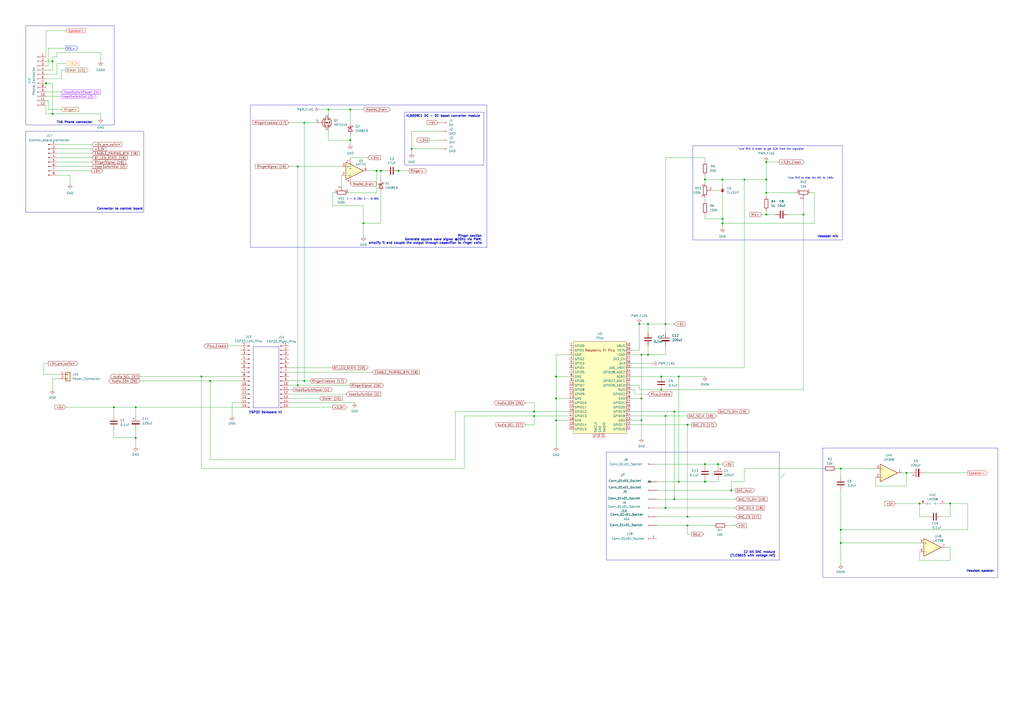
<source format=kicad_sch>
(kicad_sch (version 20230121) (generator eeschema)
  (paper "A2")
  (title_block (title "GPO-746-Bluetooth-conversion Main board") (date "2023-09-04") (rev "1.0.0") (company "Vlad Balmos"))
  (junction (at 372.11 205.74))
  (junction (at 375.92 187.96))
  (junction (at 393.7 279.4))
  (junction (at 383.54 226.06))
  (junction (at 116.84 218.44))
  (junction (at 408.94 269.24))
  (junction (at 444.5 104.14))
  (junction (at 551.18 292.1))
  (junction (at 309.88 238.76))
  (junction (at 487.68 271.78))
  (junction (at 190.5 63.5))
  (junction (at 386.08 294.64))
  (junction (at 386.08 187.96))
  (junction (at 419.1 104.14))
  (junction (at 408.94 279.4))
  (junction (at 220.98 99.06))
  (junction (at 444.5 111.76))
  (junction (at 424.18 284.48))
  (junction (at 172.72 96.52))
  (junction (at 408.94 104.14))
  (junction (at 383.54 218.44))
  (junction (at 525.78 274.32))
  (junction (at 533.4 292.1))
  (junction (at 370.84 187.96))
  (junction (at 487.68 307.34))
  (junction (at 231.14 99.06))
  (junction (at 203.2 63.5))
  (junction (at 398.78 304.8))
  (junction (at 309.88 241.3))
  (junction (at 121.92 220.98))
  (junction (at 218.44 99.06))
  (junction (at 372.11 231.14))
  (junction (at 398.78 246.38))
  (junction (at 238.76 86.36))
  (junction (at 419.1 129.54))
  (junction (at 322.58 218.44))
  (junction (at 416.56 269.24))
  (junction (at 419.1 127))
  (junction (at 487.68 314.96))
  (junction (at 210.82 129.54))
  (junction (at 444.5 124.46))
  (junction (at 372.11 243.84))
  (junction (at 78.74 236.22))
  (junction (at 431.8 104.14))
  (junction (at 66.04 236.22))
  (junction (at 26.67 48.26))
  (junction (at 322.58 231.14))
  (junction (at 30.48 66.04))
  (junction (at 391.16 289.56))
  (junction (at 203.2 81.28))
  (junction (at 398.78 299.72))
  (junction (at 391.16 238.76))
  (junction (at 176.53 71.12))
  (junction (at 78.74 254))
  (junction (at 172.72 223.52))
  (junction (at 444.5 93.98))
  (junction (at 322.58 243.84))
  (junction (at 386.08 241.3))
  (junction (at 375.92 205.74))
  (junction (at 466.09 124.46))
  (junction (at 176.53 220.98))
  (junction (at 393.7 218.44))
  (junction (at 30.48 35.56))
  (bus_entry (at 455.168 274.828) (size -2.54 2.54))
  (wire (pts (xy 172.72 96.52) (xy 198.12 96.52)))
  (wire (pts (xy 401.32 309.88) (xy 398.78 309.88)))
  (wire (pts (xy 30.48 35.56) (xy 30.48 40.64)))
  (wire (pts (xy 370.84 187.96) (xy 375.92 187.96)))
  (wire (pts (xy 551.18 292.1) (xy 551.18 299.72)))
  (wire (pts (xy 487.68 284.226) (xy 487.68 307.34)))
  (wire (pts (xy 424.18 279.4) (xy 431.8 279.4)))
  (wire (pts (xy 444.5 93.98) (xy 444.5 104.14)))
  (wire (pts (xy 408.94 114.3) (xy 408.94 116.84)))
  (wire (pts (xy 466.09 124.46) (xy 466.09 226.06)))
  (wire (pts (xy 398.78 304.8) (xy 414.02 304.8)))
  (wire (pts (xy 535.94 274.32) (xy 561.34 274.32)))
  (wire (pts (xy 408.94 127) (xy 419.1 127)))
  (wire (pts (xy 30.48 33.02) (xy 30.48 35.56)))
  (wire (pts (xy 375.92 187.96) (xy 375.92 193.04)))
  (wire (pts (xy 419.1 104.14) (xy 419.1 107.95)))
  (wire (pts (xy 368.3 226.06) (xy 368.3 228.6)))
  (wire (pts (xy 304.8 233.68) (xy 309.88 233.68)))
  (wire (pts (xy 472.44 111.76) (xy 472.44 129.54)))
  (wire (pts (xy 365.76 238.76) (xy 391.16 238.76)))
  (wire (pts (xy 365.76 218.44) (xy 383.54 218.44)))
  (wire (pts (xy 561.34 292.1) (xy 561.34 307.34)))
  (wire (pts (xy 26.67 66.04) (xy 26.67 60.96)))
  (wire (pts (xy 365.76 223.52) (xy 370.84 223.52)))
  (wire (pts (xy 27.94 210.82) (xy 25.4 210.82)))
  (wire (pts (xy 408.94 269.24) (xy 408.94 270.51)))
  (wire (pts (xy 167.64 226.06) (xy 170.18 226.06)))
  (wire (pts (xy 33.02 33.02) (xy 30.48 33.02)))
  (wire (pts (xy 167.64 236.22) (xy 193.04 236.22)))
  (wire (pts (xy 66.04 236.22) (xy 66.04 241.3)))
  (wire (pts (xy 322.58 231.14) (xy 330.2 231.14)))
  (wire (pts (xy 419.1 129.54) (xy 472.44 129.54)))
  (wire (pts (xy 269.24 241.3) (xy 309.88 241.3)))
  (wire (pts (xy 386.08 187.96) (xy 386.08 193.04)))
  (wire (pts (xy 33.02 36.83) (xy 38.1 36.83)))
  (wire (pts (xy 35.56 40.64) (xy 35.56 45.72)))
  (wire (pts (xy 322.58 231.14) (xy 322.58 243.84)))
  (wire (pts (xy 365.76 241.3) (xy 386.08 241.3)))
  (wire (pts (xy 304.8 246.38) (xy 309.88 246.38)))
  (wire (pts (xy 81.28 220.98) (xy 121.92 220.98)))
  (wire (pts (xy 203.2 81.28) (xy 203.2 83.82)))
  (wire (pts (xy 561.34 292.1) (xy 551.18 292.1)))
  (wire (pts (xy 519.43 292.1) (xy 533.4 292.1)))
  (wire (pts (xy 33.02 99.06) (xy 53.34 99.06)))
  (wire (pts (xy 218.44 99.06) (xy 220.98 99.06)))
  (wire (pts (xy 229.87 99.06) (xy 231.14 99.06)))
  (wire (pts (xy 26.67 17.78) (xy 26.67 33.02)))
  (wire (pts (xy 309.88 241.3) (xy 330.2 241.3)))
  (wire (pts (xy 381 299.72) (xy 398.78 299.72)))
  (wire (pts (xy 398.78 309.88) (xy 398.78 304.8)))
  (wire (pts (xy 386.08 294.64) (xy 381 294.64)))
  (wire (pts (xy 487.68 307.34) (xy 561.34 307.34)))
  (wire (pts (xy 78.74 254) (xy 78.74 259.08)))
  (wire (pts (xy 416.56 269.24) (xy 416.56 270.51)))
  (wire (pts (xy 444.5 124.46) (xy 449.58 124.46)))
  (wire (pts (xy 58.42 30.48) (xy 58.42 35.56)))
  (wire (pts (xy 408.94 279.4) (xy 416.56 279.4)))
  (wire (pts (xy 38.1 27.94) (xy 27.94 27.94)))
  (wire (pts (xy 116.84 218.44) (xy 116.84 271.78)))
  (wire (pts (xy 370.84 226.06) (xy 383.54 226.06)))
  (wire (pts (xy 33.02 93.98) (xy 53.34 93.98)))
  (wire (pts (xy 365.76 213.36) (xy 431.8 213.36)))
  (wire (pts (xy 412.75 110.49) (xy 416.56 110.49)))
  (wire (pts (xy 381 289.56) (xy 391.16 289.56)))
  (wire (pts (xy 408.94 101.6) (xy 408.94 104.14)))
  (wire (pts (xy 426.72 294.64) (xy 386.08 294.64)))
  (wire (pts (xy 238.76 76.2) (xy 254 76.2)))
  (wire (pts (xy 193.04 111.76) (xy 193.04 119.38)))
  (wire (pts (xy 441.96 124.46) (xy 444.5 124.46)))
  (wire (pts (xy 220.98 99.06) (xy 223.52 99.06)))
  (wire (pts (xy 551.18 325.12) (xy 533.4 325.12)))
  (wire (pts (xy 35.56 63.5) (xy 27.94 63.5)))
  (wire (pts (xy 26.67 40.64) (xy 30.48 40.64)))
  (wire (pts (xy 372.11 243.84) (xy 372.11 254)))
  (wire (pts (xy 551.18 292.1) (xy 548.64 292.1)))
  (wire (pts (xy 508 276.86) (xy 508 281.94)))
  (wire (pts (xy 533.4 299.72) (xy 538.48 299.72)))
  (wire (pts (xy 167.64 96.52) (xy 172.72 96.52)))
  (wire (pts (xy 33.02 96.52) (xy 53.34 96.52)))
  (wire (pts (xy 176.53 220.98) (xy 180.34 220.98)))
  (wire (pts (xy 487.68 271.78) (xy 487.68 276.606)))
  (wire (pts (xy 134.62 233.68) (xy 134.62 241.3)))
  (wire (pts (xy 381 284.48) (xy 424.18 284.48)))
  (wire (pts (xy 487.68 271.78) (xy 508 271.78)))
  (wire (pts (xy 322.58 218.44) (xy 322.58 231.14)))
  (wire (pts (xy 167.64 71.12) (xy 176.53 71.12)))
  (wire (pts (xy 381 279.4) (xy 393.7 279.4)))
  (wire (pts (xy 33.02 86.36) (xy 53.34 86.36)))
  (wire (pts (xy 419.1 113.03) (xy 419.1 127)))
  (wire (pts (xy 546.1 299.72) (xy 551.18 299.72)))
  (wire (pts (xy 408.94 104.14) (xy 408.94 106.68)))
  (wire (pts (xy 38.1 236.22) (xy 66.04 236.22)))
  (wire (pts (xy 167.64 215.9) (xy 215.9 215.9)))
  (wire (pts (xy 426.72 304.8) (xy 421.64 304.8)))
  (wire (pts (xy 264.16 238.76) (xy 309.88 238.76)))
  (wire (pts (xy 370.84 187.96) (xy 370.84 203.2)))
  (wire (pts (xy 431.8 271.78) (xy 431.8 279.4)))
  (wire (pts (xy 201.93 111.76) (xy 218.44 111.76)))
  (wire (pts (xy 525.78 281.94) (xy 525.78 274.32)))
  (wire (pts (xy 309.88 233.68) (xy 309.88 238.76)))
  (wire (pts (xy 218.44 99.06) (xy 218.44 111.76)))
  (wire (pts (xy 469.9 111.76) (xy 472.44 111.76)))
  (wire (pts (xy 269.24 241.3) (xy 269.24 271.78)))
  (wire (pts (xy 391.16 289.56) (xy 426.72 289.56)))
  (wire (pts (xy 533.4 292.1) (xy 533.4 299.72)))
  (wire (pts (xy 383.54 226.06) (xy 466.09 226.06)))
  (wire (pts (xy 27.94 63.5) (xy 27.94 58.42)))
  (wire (pts (xy 121.92 220.98) (xy 121.92 266.7)))
  (wire (pts (xy 27.94 27.94) (xy 27.94 38.1)))
  (wire (pts (xy 375.92 205.74) (xy 386.08 205.74)))
  (wire (pts (xy 408.94 127) (xy 408.94 124.46)))
  (wire (pts (xy 408.94 91.44) (xy 408.94 93.98)))
  (wire (pts (xy 372.11 205.74) (xy 372.11 231.14)))
  (wire (pts (xy 508 281.94) (xy 525.78 281.94)))
  (wire (pts (xy 487.68 307.34) (xy 487.68 314.96)))
  (wire (pts (xy 322.58 243.84) (xy 330.2 243.84)))
  (wire (pts (xy 81.026 218.44) (xy 116.84 218.44)))
  (wire (pts (xy 383.54 218.44) (xy 393.7 218.44)))
  (wire (pts (xy 66.04 236.22) (xy 78.74 236.22)))
  (wire (pts (xy 203.2 63.5) (xy 210.82 63.5)))
  (wire (pts (xy 365.76 226.06) (xy 368.3 226.06)))
  (wire (pts (xy 172.72 96.52) (xy 172.72 223.52)))
  (wire (pts (xy 375.92 200.66) (xy 375.92 205.74)))
  (wire (pts (xy 419.1 104.14) (xy 431.8 104.14)))
  (wire (pts (xy 248.92 81.28) (xy 254 81.28)))
  (wire (pts (xy 398.78 304.8) (xy 381 304.8)))
  (wire (pts (xy 203.2 91.44) (xy 213.36 91.44)))
  (wire (pts (xy 365.76 205.74) (xy 372.11 205.74)))
  (wire (pts (xy 309.88 238.76) (xy 330.2 238.76)))
  (wire (pts (xy 365.76 246.38) (xy 398.78 246.38)))
  (wire (pts (xy 381 269.24) (xy 408.94 269.24)))
  (wire (pts (xy 27.94 38.1) (xy 26.67 38.1)))
  (wire (pts (xy 210.82 119.38) (xy 210.82 129.54)))
  (wire (pts (xy 398.78 246.38) (xy 401.32 246.38)))
  (wire (pts (xy 25.4 217.17) (xy 34.29 217.17)))
  (wire (pts (xy 370.84 226.06) (xy 370.84 223.52)))
  (wire (pts (xy 167.64 223.52) (xy 172.72 223.52)))
  (wire (pts (xy 33.02 101.6) (xy 40.64 101.6)))
  (wire (pts (xy 391.16 238.76) (xy 391.16 289.56)))
  (wire (pts (xy 167.64 213.36) (xy 193.04 213.36)))
  (wire (pts (xy 386.08 91.44) (xy 408.94 91.44)))
  (wire (pts (xy 264.16 238.76) (xy 264.16 266.7)))
  (wire (pts (xy 528.32 274.32) (xy 525.78 274.32)))
  (wire (pts (xy 386.08 200.66) (xy 386.08 205.74)))
  (wire (pts (xy 210.82 129.54) (xy 210.82 137.16)))
  (wire (pts (xy 198.12 101.6) (xy 198.12 107.95)))
  (wire (pts (xy 220.98 129.54) (xy 220.98 111.76)))
  (wire (pts (xy 38.1 40.64) (xy 35.56 40.64)))
  (wire (pts (xy 372.11 205.74) (xy 375.92 205.74)))
  (wire (pts (xy 116.84 218.44) (xy 139.7 218.44)))
  (wire (pts (xy 370.84 203.2) (xy 365.76 203.2)))
  (wire (pts (xy 238.76 76.2) (xy 238.76 86.36)))
  (wire (pts (xy 193.04 111.76) (xy 194.31 111.76)))
  (wire (pts (xy 193.04 119.38) (xy 210.82 119.38)))
  (wire (pts (xy 210.82 129.54) (xy 220.98 129.54)))
  (wire (pts (xy 26.67 43.18) (xy 33.02 43.18)))
  (wire (pts (xy 134.62 233.68) (xy 139.7 233.68)))
  (wire (pts (xy 238.76 86.36) (xy 254 86.36)))
  (wire (pts (xy 66.04 254) (xy 78.74 254)))
  (wire (pts (xy 386.08 241.3) (xy 398.78 241.3)))
  (wire (pts (xy 408.94 104.14) (xy 419.1 104.14)))
  (wire (pts (xy 33.02 88.9) (xy 53.34 88.9)))
  (wire (pts (xy 485.14 271.78) (xy 487.68 271.78)))
  (wire (pts (xy 368.3 228.6) (xy 375.92 228.6)))
  (wire (pts (xy 203.2 63.5) (xy 203.2 71.12)))
  (wire (pts (xy 386.08 241.3) (xy 386.08 294.64)))
  (wire (pts (xy 551.18 317.5) (xy 551.18 325.12)))
  (wire (pts (xy 365.76 231.14) (xy 372.11 231.14)))
  (wire (pts (xy 121.92 220.98) (xy 139.7 220.98)))
  (wire (pts (xy 26.67 48.26) (xy 30.48 48.26)))
  (wire (pts (xy 121.92 266.7) (xy 264.16 266.7)))
  (wire (pts (xy 58.42 66.04) (xy 58.42 68.58)))
  (wire (pts (xy 167.64 233.68) (xy 205.74 233.68)))
  (wire (pts (xy 551.18 317.5) (xy 548.64 317.5)))
  (wire (pts (xy 408.94 269.24) (xy 416.56 269.24)))
  (wire (pts (xy 190.5 81.28) (xy 203.2 81.28)))
  (wire (pts (xy 393.7 218.44) (xy 408.94 218.44)))
  (wire (pts (xy 78.74 236.22) (xy 139.7 236.22)))
  (wire (pts (xy 431.8 104.14) (xy 444.5 104.14)))
  (wire (pts (xy 33.02 36.83) (xy 33.02 43.18)))
  (wire (pts (xy 167.64 228.6) (xy 200.66 228.6)))
  (wire (pts (xy 176.53 71.12) (xy 176.53 220.98)))
  (wire (pts (xy 375.92 187.96) (xy 386.08 187.96)))
  (wire (pts (xy 386.08 91.44) (xy 386.08 187.96)))
  (wire (pts (xy 220.98 99.06) (xy 220.98 104.14)))
  (wire (pts (xy 393.7 279.4) (xy 408.94 279.4)))
  (wire (pts (xy 26.67 55.88) (xy 35.56 55.88)))
  (wire (pts (xy 26.67 53.34) (xy 35.56 53.34)))
  (wire (pts (xy 487.68 314.96) (xy 487.68 327.406)))
  (wire (pts (xy 35.56 45.72) (xy 26.67 45.72)))
  (wire (pts (xy 424.18 284.48) (xy 426.72 284.48)))
  (wire (pts (xy 33.02 30.48) (xy 33.02 33.02)))
  (wire (pts (xy 231.14 99.06) (xy 237.49 99.06)))
  (wire (pts (xy 172.72 223.52) (xy 203.2 223.52)))
  (wire (pts (xy 25.4 210.82) (xy 25.4 217.17)))
  (wire (pts (xy 27.94 58.42) (xy 26.67 58.42)))
  (wire (pts (xy 408.94 278.13) (xy 408.94 279.4)))
  (wire (pts (xy 190.5 63.5) (xy 203.2 63.5)))
  (wire (pts (xy 533.4 325.12) (xy 533.4 320.04)))
  (wire (pts (xy 26.67 48.26) (xy 26.67 50.8)))
  (wire (pts (xy 132.08 200.66) (xy 139.7 200.66)))
  (wire (pts (xy 391.16 238.76) (xy 416.56 238.76)))
  (wire (pts (xy 444.5 111.76) (xy 444.5 114.3)))
  (wire (pts (xy 238.76 88.9) (xy 238.76 86.36)))
  (wire (pts (xy 391.16 187.96) (xy 386.08 187.96)))
  (wire (pts (xy 444.5 111.76) (xy 462.28 111.76)))
  (wire (pts (xy 40.64 101.6) (xy 40.64 106.68)))
  (wire (pts (xy 203.2 78.74) (xy 203.2 81.28)))
  (wire (pts (xy 416.56 279.4) (xy 416.56 278.13)))
  (wire (pts (xy 167.64 231.14) (xy 185.42 231.14)))
  (wire (pts (xy 30.48 219.71) (xy 30.48 226.06)))
  (wire (pts (xy 30.48 48.26) (xy 30.48 66.04)))
  (wire (pts (xy 466.09 124.46) (xy 466.09 115.57)))
  (wire (pts (xy 444.5 93.98) (xy 452.12 93.98)))
  (wire (pts (xy 419.1 127) (xy 419.1 129.54)))
  (wire (pts (xy 365.76 210.82) (xy 378.46 210.82)))
  (wire (pts (xy 419.1 129.54) (xy 419.1 132.08)))
  (wire (pts (xy 185.42 63.5) (xy 190.5 63.5)))
  (wire (pts (xy 26.67 35.56) (xy 30.48 35.56)))
  (wire (pts (xy 33.02 83.82) (xy 53.34 83.82)))
  (wire (pts (xy 33.02 30.48) (xy 58.42 30.48)))
  (wire (pts (xy 213.36 99.06) (xy 218.44 99.06)))
  (wire (pts (xy 322.58 243.84) (xy 322.58 259.08)))
  (wire (pts (xy 398.78 299.72) (xy 426.72 299.72)))
  (wire (pts (xy 167.64 220.98) (xy 176.53 220.98)))
  (wire (pts (xy 78.74 236.22) (xy 78.74 241.3)))
  (wire (pts (xy 38.1 17.78) (xy 26.67 17.78)))
  (wire (pts (xy 176.53 71.12) (xy 182.88 71.12)))
  (wire (pts (xy 457.2 124.46) (xy 466.09 124.46)))
  (wire (pts (xy 78.74 248.92) (xy 78.74 254)))
  (wire (pts (xy 322.58 205.74) (xy 330.2 205.74)))
  (wire (pts (xy 190.5 76.2) (xy 190.5 81.28)))
  (wire (pts (xy 393.7 218.44) (xy 393.7 279.4)))
  (wire (pts (xy 487.68 314.96) (xy 533.4 314.96)))
  (wire (pts (xy 33.02 91.44) (xy 53.34 91.44)))
  (wire (pts (xy 116.84 271.78) (xy 269.24 271.78)))
  (wire (pts (xy 398.78 246.38) (xy 398.78 299.72)))
  (wire (pts (xy 424.18 279.4) (xy 424.18 284.48)))
  (wire (pts (xy 416.56 269.24) (xy 419.1 269.24)))
  (wire (pts (xy 190.5 63.5) (xy 190.5 66.04)))
  (wire (pts (xy 66.04 254) (xy 66.04 248.92)))
  (wire (pts (xy 309.88 241.3) (xy 309.88 246.38)))
  (wire (pts (xy 26.67 66.04) (xy 30.48 66.04)))
  (wire (pts (xy 523.24 274.32) (xy 525.78 274.32)))
  (wire (pts (xy 372.11 231.14) (xy 372.11 243.84)))
  (wire (pts (xy 322.58 218.44) (xy 330.2 218.44)))
  (wire (pts (xy 30.48 219.71) (xy 34.29 219.71)))
  (wire (pts (xy 372.11 243.84) (xy 365.76 243.84)))
  (wire (pts (xy 30.48 66.04) (xy 58.42 66.04)))
  (wire (pts (xy 431.8 104.14) (xy 431.8 213.36)))
  (wire (pts (xy 444.5 104.14) (xy 444.5 111.76)))
  (wire (pts (xy 431.8 271.78) (xy 477.52 271.78)))
  (wire (pts (xy 444.5 121.92) (xy 444.5 124.46)))
  (wire (pts (xy 322.58 205.74) (xy 322.58 218.44)))
  (rectangle (start 351.79 262.2296) (end 452.12 324.866))
  (rectangle (start 477.266 259.8928) (end 578.866 335.026))
  (rectangle (start 234.696 65.024) (end 280.67 95.758))
  (rectangle (start 146.812 201.168) (end 161.798 236.474))
  (rectangle (start 14.986 14.986) (end 66.294 72.4916))
  (rectangle (start 14.986 76.2) (end 83.312 123.19))
  (rectangle (start 401.828 84.582) (end 488.696 139.192))
  (rectangle (start 145.288 60.9092) (end 282.448 143.51))
  (text "Connector to control board" (at 56.134 121.92 0) (effects (font (size 1.27 1.27) (thickness 0.254) bold) (justify left bottom)))
  (text "Tune RV3 in order to get 3.3V from the regulator" (at 428.244 87.122 0) (effects (font (size 1 1)) (justify left bottom)))
  (text "Ringer section\nGenerate square wave signal @20hz via PWM,\namplify it and couple the output through capactitor to ringer coils" (at 279.654 141.732 0) (effects (font (size 1.27 1.27) (thickness 0.254) bold) (justify right bottom)))
  (text "Headset speaker" (at 560.578 331.978 0) (effects (font (size 1.27 1.27) (thickness 0.254) bold) (justify left bottom)))
  (text "Tune RV2 to bias the Mic to 1.65v" (at 456.946 103.886 0) (effects (font (size 1 1)) (justify left bottom)))
  (text "12 bit DAC module\n(TLC5615 with voltage ref)\n" (at 449.834 323.088 0) (effects (font (size 1.27 1.27) (thickness 0.254) bold) (justify right bottom)))
  (text "1 - 2: 20k; 2 - 3: 80k" (at 201.168 116.078 0) (effects (font (size 1 1)) (justify left bottom)))
  (text "Headset mic" (at 474.218 137.922 0) (effects (font (size 1.27 1.27) (thickness 0.254) bold) (justify left bottom)))
  (text "ESP32 Devboard V1" (at 144.526 240.03 0) (effects (font (size 1.27 1.27) (thickness 0.254) bold) (justify left bottom)))
  (text "XL6009E1 DC - DC boost converter module" (at 235.458 68.072 0) (effects (font (size 1.27 1.27) (thickness 0.254) bold) (justify left bottom)))
  (text "746 Phone connector" (at 32.6136 71.7296 0) (effects (font (size 1.27 1.27) (thickness 0.254) bold) (justify left bottom)))
  (global_label "Ringer+" (shape input) (at 35.56 63.5 0) (property "Intersheetrefs" "${INTERSHEET_REFS}" (effects hide)))
  (global_label "+5V" (shape output) (at 53.34 99.06 0) (property "Intersheetrefs" "${INTERSHEET_REFS}" (effects hide)))
  (global_label "+34V" (shape output) (at 248.92 81.28 180) (property "Intersheetrefs" "${INTERSHEET_REFS}" (effects hide)))
  (global_label "+3.3V" (shape output) (at 193.04 236.22 0) (property "Intersheetrefs" "${INTERSHEET_REFS}" (effects hide)))
  (global_label "HookSwitchOut (2)" (shape output) (at 35.56 55.88 0) (property "Intersheetrefs" "${INTERSHEET_REFS}" (effects hide)))
  (global_label "Mosfet_Drain" (shape bidirectional) (at 203.2 106.68 0) (property "Intersheetrefs" "${INTERSHEET_REFS}" (effects hide)))
  (global_label "ENABLE_PAIRING_BTN (18)" (shape input) (at 215.9 215.9 0) (property "Intersheetrefs" "${INTERSHEET_REFS}" (effects hide)))
  (global_label "DOut" (shape output) (at 401.32 309.88 0) (property "Intersheetrefs" "${INTERSHEET_REFS}" (effects hide)))
  (global_label "HookSwitchOut (2)" (shape input) (at 53.34 96.52 0) (property "Intersheetrefs" "${INTERSHEET_REFS}" (effects hide)))
  (global_label "HookSwitchPower (4)" (shape input) (at 35.56 53.34 0) (property "Intersheetrefs" "${INTERSHEET_REFS}" (effects hide)))
  (global_label "Mic+" (shape input) (at 441.96 124.46 180) (property "Intersheetrefs" "${INTERSHEET_REFS}" (effects hide)))
  (global_label "Mic+" (shape output) (at 38.1 27.94 0) (property "Intersheetrefs" "${INTERSHEET_REFS}" (effects hide)))
  (global_label "DAC_CS (17)" (shape input) (at 426.72 299.72 0) (property "Intersheetrefs" "${INTERSHEET_REFS}" (effects hide)))
  (global_label "HookSwitchPower (4)" (shape output) (at 170.18 226.06 0) (property "Intersheetrefs" "${INTERSHEET_REFS}" (effects hide)))
  (global_label "Audio_SDA (26)" (shape bidirectional) (at 304.8 233.68 180) (property "Intersheetrefs" "${INTERSHEET_REFS}" (effects hide)))
  (global_label "BT_LED_STATE (19)" (shape input) (at 53.34 91.44 0) (property "Intersheetrefs" "${INTERSHEET_REFS}" (effects hide)))
  (global_label "+5V_pre_switch" (shape output) (at 27.94 210.82 0) (property "Intersheetrefs" "${INTERSHEET_REFS}" (effects hide)))
  (global_label "+3.3V_Clean" (shape output) (at 452.12 93.98 0) (property "Intersheetrefs" "${INTERSHEET_REFS}" (effects hide)))
  (global_label "Mosfet_Drain" (shape bidirectional) (at 210.82 63.5 0) (property "Intersheetrefs" "${INTERSHEET_REFS}" (effects hide)))
  (global_label "HookSwitchOut (2)" (shape input) (at 200.66 228.6 0) (property "Intersheetrefs" "${INTERSHEET_REFS}" (effects hide)))
  (global_label "+5V" (shape input) (at 254 71.12 180) (property "Intersheetrefs" "${INTERSHEET_REFS}" (effects hide)))
  (global_label "Audio_SCL (27)" (shape input) (at 304.8 246.38 180) (property "Intersheetrefs" "${INTERSHEET_REFS}" (effects hide)))
  (global_label "Speaker+" (shape input) (at 38.1 17.78 0) (property "Intersheetrefs" "${INTERSHEET_REFS}" (effects hide)))
  (global_label "+5V" (shape input) (at 391.16 187.96 0) (property "Intersheetrefs" "${INTERSHEET_REFS}" (effects hide)))
  (global_label "Pico_Enable" (shape input) (at 375.92 228.6 0) (property "Intersheetrefs" "${INTERSHEET_REFS}" (effects hide)))
  (global_label "+5V" (shape input) (at 426.72 304.8 0) (property "Intersheetrefs" "${INTERSHEET_REFS}" (effects hide)))
  (global_label "RingerEnabled (17)" (shape output) (at 180.34 220.98 0) (property "Intersheetrefs" "${INTERSHEET_REFS}" (effects hide)))
  (global_label "Pico_Enable" (shape output) (at 132.08 200.66 180) (property "Intersheetrefs" "${INTERSHEET_REFS}" (effects hide)))
  (global_label "DAC_Vout" (shape output) (at 426.72 284.48 0) (property "Intersheetrefs" "${INTERSHEET_REFS}" (effects hide)))
  (global_label "DAC_TX_Din (19)" (shape output) (at 416.56 238.76 0) (property "Intersheetrefs" "${INTERSHEET_REFS}" (effects hide)))
  (global_label "Ringer+" (shape output) (at 237.49 99.06 0) (property "Intersheetrefs" "${INTERSHEET_REFS}" (effects hide)))
  (global_label "Dialer (15)" (shape input) (at 185.42 231.14 0) (property "Intersheetrefs" "${INTERSHEET_REFS}" (effects hide)))
  (global_label "BT_LED_STATE (19)" (shape output) (at 193.04 213.36 0) (property "Intersheetrefs" "${INTERSHEET_REFS}" (effects hide)))
  (global_label "RingerSignal (16)" (shape input) (at 53.34 93.98 0) (property "Intersheetrefs" "${INTERSHEET_REFS}" (effects hide)))
  (global_label "ENABLE_PAIRING_BTN (18)" (shape input) (at 53.34 88.9 0) (property "Intersheetrefs" "${INTERSHEET_REFS}" (effects hide)))
  (global_label "DAC_SCLK (18)" (shape input) (at 426.72 294.64 0) (property "Intersheetrefs" "${INTERSHEET_REFS}" (effects hide)))
  (global_label "DAC_SCLK (18)" (shape output) (at 398.78 241.3 0) (property "Intersheetrefs" "${INTERSHEET_REFS}" (effects hide)))
  (global_label "+34V" (shape input) (at 213.36 91.44 0) (property "Intersheetrefs" "${INTERSHEET_REFS}" (effects hide)))
  (global_label "Dialer (15)" (shape output) (at 38.1 40.64 0) (property "Intersheetrefs" "${INTERSHEET_REFS}" (effects hide)))
  (global_label "RingerSignal (16)" (shape input) (at 167.64 96.52 180) (property "Intersheetrefs" "${INTERSHEET_REFS}" (effects hide)))
  (global_label "+5V_pre_switch" (shape input) (at 53.34 83.82 0) (property "Intersheetrefs" "${INTERSHEET_REFS}" (effects hide)))
  (global_label "+3.3V" (shape input) (at 53.34 86.36 0) (property "Intersheetrefs" "${INTERSHEET_REFS}" (effects hide)))
  (global_label "DAC_CS (17)" (shape output) (at 401.32 246.38 0) (property "Intersheetrefs" "${INTERSHEET_REFS}" (effects hide)))
  (global_label "Audio_SDA (26)" (shape bidirectional) (at 81.28 220.98 180) (property "Intersheetrefs" "${INTERSHEET_REFS}" (effects hide)))
  (global_label "+5V" (shape input) (at 38.1 236.22 180) (property "Intersheetrefs" "${INTERSHEET_REFS}" (effects hide)))
  (global_label "RingerSignal (16)" (shape output) (at 203.2 223.52 0) (property "Intersheetrefs" "${INTERSHEET_REFS}" (effects hide)))
  (global_label "Audio_SCL (27)" (shape output) (at 81.026 218.44 180) (property "Intersheetrefs" "${INTERSHEET_REFS}" (effects hide)))
  (global_label "DAC_TX_Din (19)" (shape input) (at 426.72 289.56 0) (property "Intersheetrefs" "${INTERSHEET_REFS}" (effects hide)))
  (global_label "Speaker+" (shape output) (at 561.34 274.32 0) (property "Intersheetrefs" "${INTERSHEET_REFS}" (effects hide)))
  (global_label "RingerEnabled (17)" (shape input) (at 167.64 71.12 180) (property "Intersheetrefs" "${INTERSHEET_REFS}" (effects hide)))
  (global_label "+5V" (shape input) (at 419.1 269.24 0) (property "Intersheetrefs" "${INTERSHEET_REFS}" (effects hide)))
  (global_label "+5V" (shape input) (at 519.43 292.1 180) (property "Intersheetrefs" "${INTERSHEET_REFS}" (effects hide)))
  (global_label "+3.3V" (shape input) (at 38.1 36.83 0) (property "Intersheetrefs" "${INTERSHEET_REFS}" (effects hide)))
  (symbol (lib_id "power:PWR_FLAG") (at 370.84 187.96 0) (unit 1)
    (property "Reference" "#FLG04" (effects hide))
    (property "Value" "PWR_FLAG" (at 370.84 183.134 0))
  )
  (symbol (lib_id "Device:R_Potentiometer_Trim") (at 466.09 111.76 270) (unit 1)
    (property "Reference" "RV2" (at 466.09 105.6132 90))
    (property "Value" "10k" (at 466.09 108.1532 90))
    (property "Footprint" "Potentiometer_THT:Potentiometer_Bourns_3296W_Vertical" (effects hide))
  )
  (symbol (lib_id "Simulation_SPICE:NMOS") (at 187.96 71.12 0) (unit 1)
    (property "Reference" "Q1" (at 193.548 69.85 0) (effects (justify left)))
    (property "Value" "IRFZ44N" (at 193.548 72.39 0) (effects (justify left)))
    (property "Footprint" "Package_TO_SOT_THT:TO-220-3_Vertical" (effects hide))
    (property "Sim.Device" "NMOS" (effects hide))
    (property "Sim.Type" "VDMOS" (effects hide))
    (property "Sim.Pins" "1=D 2=G 3=S" (effects hide))
  )
  (symbol (lib_id "power:GND") (at 203.2 83.82 0) (unit 1)
    (property "Reference" "#PWR02" (effects hide))
    (property "Value" "GND" (at 203.2 88.9 0))
  )
  (symbol (lib_id "Connector:Conn_01x15_Pin") (at 144.78 218.44 0) (mirror y) (unit 1)
    (property "Reference" "J13" (at 144.145 195.326 0))
    (property "Value" "ESP32_Left_Pins" (at 144.145 197.866 0))
    (property "Footprint" "Connector_PinSocket_2.54mm:PinSocket_1x15_P2.54mm_Vertical" (effects hide))
  )
  (symbol (lib_id "Reference_Voltage:TL431P") (at 419.1 110.49 90) (unit 1)
    (property "Reference" "U3" (at 421.4876 109.22 90) (effects (justify right)))
    (property "Value" "TL431P" (at 421.4876 111.76 90) (effects (justify right)))
    (property "Footprint" "Package_TO_SOT_THT:TO-92_Inline_Wide" (effects hide))
    (property "Datasheet" "http://www.ti.com/lit/ds/symlink/tl431.pdf" (effects hide))
  )
  (symbol (lib_id "Device:C_Polarized") (at 416.56 274.32 0) (mirror y) (unit 1)
    (property "Reference" "C4" (at 419.862 273.05 0) (effects (justify right)))
    (property "Value" "220uF" (at 419.862 275.59 0) (effects (justify right)))
    (property "Footprint" "Capacitor_THT:C_Radial_D6.3mm_H11.0mm_P2.50mm" (effects hide))
  )
  (symbol (lib_id "Device:C") (at 408.94 274.32 0) (mirror y) (unit 1)
    (property "Reference" "C13" (at 405.13 273.05 0) (effects (justify left)))
    (property "Value" "0.1uf" (at 405.13 275.59 0) (effects (justify left)))
    (property "Footprint" "Capacitor_THT:C_Disc_D4.7mm_W2.5mm_P5.00mm" (effects hide))
  )
  (symbol (lib_id "Device:D_Schottky") (at 220.98 107.95 270) (unit 1)
    (property "Reference" "D1" (at 223.266 106.3625 90) (effects (justify left)))
    (property "Value" "1N5819" (at 223.266 108.9025 90) (effects (justify left)))
    (property "Footprint" "Diode_THT:D_DO-41_SOD81_P10.16mm_Horizontal" (effects hide))
  )
  (symbol (lib_id "power:PWR_FLAG") (at 378.46 210.82 270) (unit 1)
    (property "Reference" "#FLG06" (effects hide))
    (property "Value" "PWR_FLAG" (at 381.762 210.82 90) (effects (justify left)))
  )
  (symbol (lib_id "power:GND") (at 40.64 106.68 0) (unit 1)
    (property "Reference" "#PWR018" (effects hide))
    (property "Value" "GND" (at 40.64 112.014 0))
  )
  (symbol (lib_id "Device:C") (at 487.68 280.416 180) (unit 1)
    (property "Reference" "C6" (at 491.49 279.146 0) (effects (justify right)))
    (property "Value" "3.3nF" (at 491.49 281.686 0) (effects (justify right)))
    (property "Footprint" "Capacitor_THT:C_Disc_D4.7mm_W2.5mm_P5.00mm" (effects hide))
  )
  (symbol (lib_id "Simulation_SPICE:OPAMP") (at 205.74 99.06 0) (unit 1)
    (property "Reference" "U5" (at 209.296 93.218 0))
    (property "Value" "UA741" (at 209.296 95.25 0))
    (property "Footprint" "Package_DIP:DIP-8_W7.62mm_Socket_LongPads" (effects hide))
    (property "Sim.Pins" "1=1 2=2 3=3 4=4 5=5" (effects hide))
    (property "Sim.Device" "SPICE" (effects hide))
    (property "Sim.Params" "type=\"X\" model=\"OPAMP\" lib=\"\"" (effects hide))
  )
  (symbol (lib_id "Connector:Conn_01x01_Socket") (at 375.92 304.8 0) (mirror y) (unit 1)
    (property "Reference" "J11" (at 363.474 300.99 0))
    (property "Value" "Conn_01x01_Socket" (at 363.22 304.546 0))
    (property "Footprint" "Connector_PinSocket_2.54mm:PinSocket_1x01_P2.54mm_Vertical" (effects hide))
  )
  (symbol (lib_id "power:GND") (at 322.58 259.08 0) (unit 1)
    (property "Reference" "#PWR08" (effects hide))
    (property "Value" "GND" (at 322.58 263.906 0))
  )
  (symbol (lib_id "power:GND") (at 210.82 137.16 0) (unit 1)
    (property "Reference" "#PWR015" (effects hide))
    (property "Value" "GND" (at 210.82 141.986 0))
  )
  (symbol (lib_id "power:GND") (at 78.74 259.08 0) (unit 1)
    (property "Reference" "#PWR03" (effects hide))
    (property "Value" "GND" (at 78.74 263.652 0))
  )
  (symbol (lib_id "power:GND") (at 419.1 132.08 0) (unit 1)
    (property "Reference" "#PWR011" (effects hide))
    (property "Value" "GND" (at 419.1 137.16 0))
  )
  (symbol (lib_id "Device:R") (at 408.94 120.65 0) (unit 1)
    (property "Reference" "R6" (at 411.6324 119.38 0) (effects (justify left)))
    (property "Value" "100k" (at 411.6324 121.92 0) (effects (justify left)))
    (property "Footprint" "Resistor_THT:R_Axial_DIN0207_L6.3mm_D2.5mm_P10.16mm_Horizontal" (effects hide))
  )
  (symbol (lib_id "power:GNDA") (at 487.68 327.406 0) (unit 1)
    (property "Reference" "#PWR012" (effects hide))
    (property "Value" "GNDA" (at 487.68 331.724 0))
  )
  (symbol (lib_id "power:PWR_FLAG") (at 185.42 63.5 90) (unit 1)
    (property "Reference" "#FLG07" (effects hide))
    (property "Value" "PWR_FLAG" (at 181.864 63.5 90) (effects (justify left)))
  )
  (symbol (lib_id "Connector:Conn_01x08_Pin") (at 27.94 91.44 0) (unit 1)
    (property "Reference" "J17" (at 28.575 78.74 0))
    (property "Value" "Control_board_connector" (at 28.575 81.28 0))
    (property "Footprint" "Connector_JST:JST_PH_B8B-PH-K_1x08_P2.00mm_Vertical" (effects hide))
  )
  (symbol (lib_name "Conn_01x01_Socket_2") (lib_id "Connector:Conn_01x01_Socket") (at 375.92 279.4 0) (mirror y) (unit 1)
    (property "Reference" "J7" (at 361.188 275.59 0))
    (property "Value" "Conn_01x01_Socket" (at 362.458 278.892 0))
    (property "Footprint" "Connector_PinSocket_2.54mm:PinSocket_1x01_P2.54mm_Vertical" (effects hide))
  )
  (symbol (lib_id "power:GND") (at 372.11 254 0) (unit 1)
    (property "Reference" "#PWR09" (effects hide))
    (property "Value" "GND" (at 372.11 258.826 0))
  )
  (symbol (lib_id "Device:C") (at 453.39 124.46 90) (unit 1)
    (property "Reference" "C8" (at 453.39 116.7892 90))
    (property "Value" "10uF" (at 453.39 119.3292 90))
    (property "Footprint" "Capacitor_THT:C_Disc_D4.7mm_W2.5mm_P5.00mm" (effects hide))
  )
  (symbol (lib_id "power:GNDA") (at 58.42 35.56 0) (unit 1)
    (property "Reference" "#PWR014" (effects hide))
    (property "Value" "GNDA" (at 58.42 40.64 0))
  )
  (symbol (lib_id "Device:R") (at 417.83 304.8 270) (mirror x) (unit 1)
    (property "Reference" "R7" (at 417.576 307.594 90))
    (property "Value" "10k" (at 417.576 310.134 90))
    (property "Footprint" "Resistor_THT:R_Axial_DIN0207_L6.3mm_D2.5mm_P10.16mm_Horizontal" (effects hide))
  )
  (symbol (lib_id "Connector_Generic:Conn_01x02") (at 39.37 217.17 0) (unit 1)
    (property "Reference" "J15" (at 41.91 217.17 0) (effects (justify left)))
    (property "Value" "Power_Connector" (at 41.91 219.71 0) (effects (justify left)))
    (property "Footprint" "Connector_JST:JST_XH_B2B-XH-A_1x02_P2.50mm_Vertical" (effects hide))
  )
  (symbol (lib_id "power:GND") (at 205.74 233.68 0) (unit 1)
    (property "Reference" "#PWR06" (effects hide))
    (property "Value" "GND" (at 205.74 238.506 0))
  )
  (symbol (lib_id "Connector:Conn_01x01_Socket") (at 375.92 289.56 0) (mirror y) (unit 1)
    (property "Reference" "J5" (at 362.458 285.242 0))
    (property "Value" "Conn_01x01_Socket" (at 361.95 289.052 0))
    (property "Footprint" "Connector_PinSocket_2.54mm:PinSocket_1x01_P2.54mm_Vertical" (effects hide))
  )
  (symbol (lib_id "power:GND") (at 134.62 241.3 0) (unit 1)
    (property "Reference" "#PWR04" (effects hide))
    (property "Value" "GND" (at 134.62 245.618 0))
  )
  (symbol (lib_id "Connector:Conn_01x01_Socket") (at 375.92 299.72 0) (mirror y) (unit 1)
    (property "Reference" "J10" (at 361.95 296.418 0))
    (property "Value" "Conn_01x01_Socket" (at 363.474 298.45 0))
    (property "Footprint" "Connector_PinSocket_2.54mm:PinSocket_1x01_P2.54mm_Vertical" (effects hide))
  )
  (symbol (lib_name "Conn_01x01_Socket_2") (lib_id "Connector:Conn_01x01_Socket") (at 259.08 76.2 0) (unit 1)
    (property "Reference" "J2" (at 260.35 74.93 0) (effects (justify left)))
    (property "Value" "GND" (at 260.35 77.47 0) (effects (justify left)))
    (property "Footprint" "Connector_PinSocket_2.54mm:PinSocket_1x01_P2.54mm_Vertical" (effects hide))
  )
  (symbol (lib_name "Conn_01x01_Socket_3") (lib_id "Connector:Conn_01x01_Socket") (at 375.92 284.48 0) (mirror y) (unit 1)
    (property "Reference" "J6" (at 376.555 279.4 0))
    (property "Value" "Conn_01x01_Socket" (at 362.458 282.702 0))
    (property "Footprint" "Connector_PinSocket_2.54mm:PinSocket_1x01_P2.54mm_Vertical" (effects hide))
  )
  (symbol (lib_id "Device:R_Potentiometer_Trim") (at 198.12 111.76 90) (unit 1)
    (property "Reference" "RV1" (at 198.12 115.2398 90))
    (property "Value" "100k" (at 197.866 117.348 90))
    (property "Footprint" "Potentiometer_THT:Potentiometer_Runtron_RM-065_Vertical" (effects hide))
  )
  (symbol (lib_id "Amplifier_Operational:LM358") (at 515.62 274.32 0) (unit 1)
    (property "Reference" "U4" (at 515.62 264.0584 0))
    (property "Value" "LM358" (at 515.62 266.5984 0))
    (property "Footprint" "Package_DIP:DIP-8_W7.62mm_Socket_LongPads" (effects hide))
    (property "Datasheet" "http://www.ti.com/lit/ds/symlink/lm2904-n.pdf" (effects hide))
  )
  (symbol (lib_id "Device:C_Polarized") (at 78.74 245.11 0) (unit 1)
    (property "Reference" "C11" (at 82.55 242.951 0) (effects (justify left)))
    (property "Value" "220uF" (at 82.55 245.491 0) (effects (justify left)))
    (property "Footprint" "Capacitor_THT:C_Radial_D6.3mm_H11.0mm_P2.50mm" (effects hide))
  )
  (symbol (lib_id "power:PWR_FLAG") (at 444.5 93.98 0) (unit 1)
    (property "Reference" "#FLG05" (effects hide))
    (property "Value" "PWR_FLAG" (at 444.5 88.9 0))
  )
  (symbol (lib_id "Connector:Conn_01x12_Socket") (at 21.59 45.72 0) (mirror y) (unit 1)
    (property "Reference" "J12" (at 17.018 46.99 90))
    (property "Value" "Phone_Connector" (at 19.558 46.99 90))
    (property "Footprint" "Connector_PinSocket_2.54mm:PinSocket_1x12_P2.54mm_Vertical" (effects hide))
  )
  (symbol (lib_name "Conn_01x01_Socket_1") (lib_id "Connector:Conn_01x01_Socket") (at 375.92 269.24 0) (mirror y) (unit 1)
    (property "Reference" "J8" (at 362.966 266.7 0))
    (property "Value" "Conn_01x01_Socket" (at 362.966 269.24 0))
    (property "Footprint" "Connector_PinSocket_2.54mm:PinSocket_1x01_P2.54mm_Vertical" (effects hide))
  )
  (symbol (lib_id "Device:R") (at 444.5 118.11 0) (unit 1)
    (property "Reference" "R4" (at 447.1924 116.84 0) (effects (justify left)))
    (property "Value" "1k" (at 447.1924 119.38 0) (effects (justify left)))
    (property "Footprint" "Resistor_THT:R_Axial_DIN0207_L6.3mm_D2.5mm_P10.16mm_Horizontal" (effects hide))
  )
  (symbol (lib_name "Conn_01x15_Pin_1") (lib_id "Connector:Conn_01x15_Pin") (at 162.56 218.44 0) (unit 1)
    (property "Reference" "J14" (at 163.195 195.58 0))
    (property "Value" "ESP32_Right_Pins" (at 163.195 198.12 0))
    (property "Footprint" "Connector_PinSocket_2.54mm:PinSocket_1x15_P2.54mm_Vertical" (effects hide))
  )
  (symbol (lib_name "Conn_01x01_Socket_4") (lib_id "Connector:Conn_01x01_Socket") (at 375.92 312.42 180) (unit 1)
    (property "Reference" "J18" (at 365.252 309.626 0))
    (property "Value" "Conn_01x01_Socket" (at 364.236 312.42 0))
    (property "Footprint" "Connector_PinSocket_2.54mm:PinSocket_1x01_P2.54mm_Vertical" (effects hide))
  )
  (symbol (lib_id "Device:D_Schottky") (at 203.2 74.93 270) (unit 1)
    (property "Reference" "D2" (at 205.994 73.3425 90) (effects (justify left)))
    (property "Value" "1N5819" (at 205.994 75.8825 90) (effects (justify left)))
    (property "Footprint" "Diode_THT:D_DO-41_SOD81_P10.16mm_Horizontal" (effects hide))
  )
  (symbol (lib_name "Conn_01x01_Socket_3") (lib_id "Connector:Conn_01x01_Socket") (at 259.08 81.28 0) (unit 1)
    (property "Reference" "J3" (at 260.35 80.01 0) (effects (justify left)))
    (property "Value" "34V" (at 260.35 82.55 0) (effects (justify left)))
    (property "Footprint" "Connector_PinSocket_2.54mm:PinSocket_1x01_P2.54mm_Vertical" (effects hide))
  )
  (symbol (lib_id "Device:C") (at 383.54 222.25 0) (unit 1)
    (property "Reference" "C9" (at 387.7056 220.98 0) (effects (justify left)))
    (property "Value" "0.1uF" (at 387.7056 223.52 0) (effects (justify left)))
    (property "Footprint" "Capacitor_THT:C_Disc_D4.7mm_W2.5mm_P5.00mm" (effects hide))
  )
  (symbol (lib_id "Device:C") (at 542.29 299.72 270) (unit 1)
    (property "Reference" "C10" (at 540.512 303.53 90) (effects (justify left)))
    (property "Value" "0.1uF" (at 540.766 306.07 90) (effects (justify left)))
    (property "Footprint" "Capacitor_THT:C_Radial_D6.3mm_H11.0mm_P2.50mm" (effects hide))
  )
  (symbol (lib_id "Device:R") (at 481.33 271.78 90) (unit 1)
    (property "Reference" "R3" (at 481.33 266.3444 90))
    (property "Value" "10k" (at 481.33 268.8844 90))
    (property "Footprint" "Resistor_THT:R_Axial_DIN0207_L6.3mm_D2.5mm_P10.16mm_Horizontal" (effects hide))
  )
  (symbol (lib_id "Device:C_Polarized") (at 386.08 196.85 0) (unit 1)
    (property "Reference" "C12" (at 389.89 194.691 0) (effects (justify left)))
    (property "Value" "220uF" (at 389.89 197.231 0) (effects (justify left)))
    (property "Footprint" "Capacitor_THT:C_Radial_D6.3mm_H11.0mm_P2.50mm" (effects hide))
  )
  (symbol (lib_id "power:GNDA") (at 408.94 218.44 0) (unit 1)
    (property "Reference" "#PWR010" (effects hide))
    (property "Value" "GNDA" (at 408.94 223.012 0))
  )
  (symbol (lib_id "power:GND") (at 238.76 88.9 0) (unit 1)
    (property "Reference" "#PWR016" (effects hide))
    (property "Value" "GND" (at 238.76 93.98 0))
  )
  (symbol (lib_id "Device:R_Potentiometer_Trim") (at 408.94 110.49 0) (unit 1)
    (property "Reference" "RV3" (at 406.8064 109.22 0) (effects (justify right)))
    (property "Value" "100k" (at 406.8064 111.76 0) (effects (justify right)))
    (property "Footprint" "Potentiometer_THT:Potentiometer_Bourns_3296W_Vertical" (effects hide))
  )
  (symbol (lib_id "Amplifier_Operational:LM358") (at 541.02 317.5 0) (unit 2)
    (property "Reference" "U4" (at 544.2204 311.0484 0))
    (property "Value" "LM358" (at 544.2204 313.5884 0))
    (property "Footprint" "Package_DIP:DIP-8_W7.62mm_Socket_LongPads" (effects hide))
    (property "Datasheet" "http://www.ti.com/lit/ds/symlink/lm2904-n.pdf" (effects hide))
  )
  (symbol (lib_id "Device:C_Polarized") (at 532.13 274.32 90) (unit 1)
    (property "Reference" "C5" (at 531.241 267.4112 90))
    (property "Value" "220uF" (at 531.241 269.9512 90))
    (property "Footprint" "Capacitor_THT:C_Radial_D6.3mm_H11.0mm_P2.50mm" (effects hide))
  )
  (symbol (lib_name "Conn_01x01_Socket_1") (lib_id "Connector:Conn_01x01_Socket") (at 259.08 71.12 0) (unit 1)
    (property "Reference" "J1" (at 260.35 69.85 0) (effects (justify left)))
    (property "Value" "5V" (at 260.35 72.39 0) (effects (justify left)))
    (property "Footprint" "Connector_PinSocket_2.54mm:PinSocket_1x01_P2.54mm_Vertical" (effects hide))
  )
  (symbol (lib_id "Device:C") (at 227.33 99.06 270) (unit 1)
    (property "Reference" "C3" (at 227.33 92.202 90))
    (property "Value" "47uF" (at 227.33 94.488 90))
    (property "Footprint" "Capacitor_THT:C_Radial_D6.3mm_H11.0mm_P2.50mm" (effects hide))
  )
  (symbol (lib_id "Connector:Conn_01x01_Socket") (at 259.08 86.36 0) (unit 1)
    (property "Reference" "J4" (at 260.35 85.09 0) (effects (justify left)))
    (property "Value" "GND" (at 260.35 87.63 0) (effects (justify left)))
    (property "Footprint" "Connector_PinSocket_2.54mm:PinSocket_1x01_P2.54mm_Vertical" (effects hide))
  )
  (symbol (lib_id "power:GND") (at 58.42 68.58 0) (unit 1)
    (property "Reference" "#PWR013" (effects hide))
    (property "Value" "GND" (at 58.42 73.914 0))
  )
  (symbol (lib_id "Device:C") (at 66.04 245.11 180) (unit 1)
    (property "Reference" "C1" (at 69.7484 243.84 0) (effects (justify right)))
    (property "Value" "0.1uf" (at 69.7484 246.38 0) (effects (justify right)))
    (property "Footprint" "Capacitor_THT:C_Disc_D4.7mm_W2.5mm_P5.00mm" (effects hide))
  )
  (symbol (lib_id "Device:C") (at 375.92 196.85 180) (unit 1)
    (property "Reference" "C2" (at 384.302 195.58 0) (effects (justify left)))
    (property "Value" "0.1uf" (at 384.302 198.12 0) (effects (justify left)))
    (property "Footprint" "Capacitor_THT:C_Disc_D4.7mm_W2.5mm_P5.00mm" (effects hide))
  )
  (symbol (lib_id "Device:R") (at 408.94 97.79 0) (unit 1)
    (property "Reference" "R5" (at 413.512 96.52 0))
    (property "Value" "330" (at 413.512 99.06 0))
    (property "Footprint" "Resistor_THT:R_Axial_DIN0207_L6.3mm_D2.5mm_P10.16mm_Horizontal" (effects hide))
  )
  (symbol (lib_id "Amplifier_Operational:LM358") (at 541.02 289.56 90) (unit 3)
    (property "Reference" "U4" (at 541.02 287.0708 90))
    (property "Value" "LM358" (at 541.02 289.6108 90))
    (property "Footprint" "Package_DIP:DIP-8_W7.62mm_Socket_LongPads" (effects hide))
    (property "Datasheet" "http://www.ti.com/lit/ds/symlink/lm2904-n.pdf" (effects hide))
  )
  (symbol (lib_id "power:GND") (at 30.48 226.06 0) (unit 1)
    (property "Reference" "#PWR01" (effects hide))
    (property "Value" "GND" (at 30.48 230.632 0))
  )
  (symbol (lib_id "Connector:Conn_01x01_Socket") (at 375.92 294.64 0) (mirror y) (unit 1)
    (property "Reference" "J9" (at 361.95 291.592 0))
    (property "Value" "Conn_01x01_Socket" (at 361.95 293.878 0))
    (property "Footprint" "Connector_PinSocket_2.54mm:PinSocket_1x01_P2.54mm_Vertical" (effects hide))
  )
  (symbol (lib_id "MCU_RaspberryPi_and_Boards:Pico") (at 347.98 224.79 0) (unit 1)
    (property "Reference" "U2" (at 347.98 193.548 0))
    (property "Value" "Pico" (at 347.98 196.088 0))
    (property "Footprint" "MCU_RaspberryPi_and_Boards:RPi_Pico_SMD_TH" (effects hide))
  )
)
</source>
